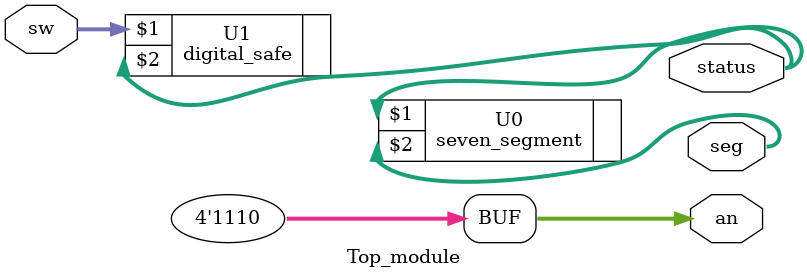
<source format=v>
`timescale 1s/100ms
`include "seven_segment.v"
`include "digital_safe.v"

module Top_module(
    input [4:0] sw,
    output [1:0] status,
    output [6:0] seg,
    output [3:0] an//enable 7 segment
);
assign an=4'b1110; //using rightmost led

//instantiate 7 segment and digital safe

seven_segment U0(status,seg);
digital_safe U1(sw,status);

endmodule
</source>
